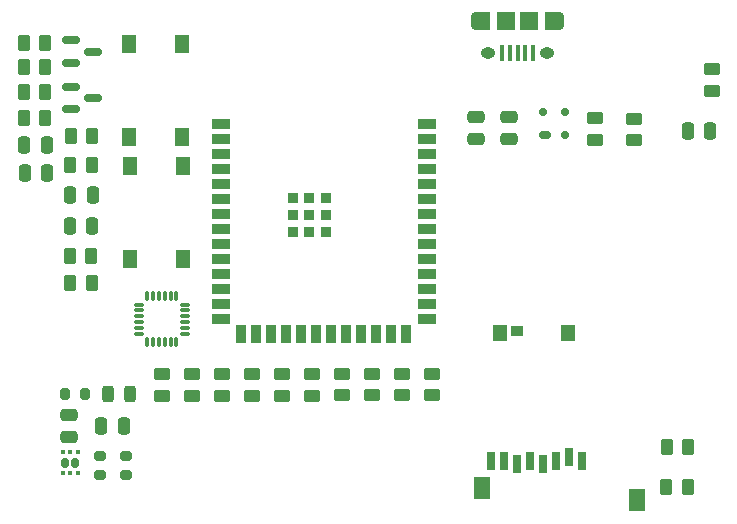
<source format=gtp>
G04 #@! TF.GenerationSoftware,KiCad,Pcbnew,8.0.0*
G04 #@! TF.CreationDate,2024-04-09T17:42:43-05:00*
G04 #@! TF.ProjectId,esp32_example,65737033-325f-4657-9861-6d706c652e6b,rev?*
G04 #@! TF.SameCoordinates,Original*
G04 #@! TF.FileFunction,Paste,Top*
G04 #@! TF.FilePolarity,Positive*
%FSLAX46Y46*%
G04 Gerber Fmt 4.6, Leading zero omitted, Abs format (unit mm)*
G04 Created by KiCad (PCBNEW 8.0.0) date 2024-04-09 17:42:43*
%MOMM*%
%LPD*%
G01*
G04 APERTURE LIST*
G04 Aperture macros list*
%AMRoundRect*
0 Rectangle with rounded corners*
0 $1 Rounding radius*
0 $2 $3 $4 $5 $6 $7 $8 $9 X,Y pos of 4 corners*
0 Add a 4 corners polygon primitive as box body*
4,1,4,$2,$3,$4,$5,$6,$7,$8,$9,$2,$3,0*
0 Add four circle primitives for the rounded corners*
1,1,$1+$1,$2,$3*
1,1,$1+$1,$4,$5*
1,1,$1+$1,$6,$7*
1,1,$1+$1,$8,$9*
0 Add four rect primitives between the rounded corners*
20,1,$1+$1,$2,$3,$4,$5,0*
20,1,$1+$1,$4,$5,$6,$7,0*
20,1,$1+$1,$6,$7,$8,$9,0*
20,1,$1+$1,$8,$9,$2,$3,0*%
G04 Aperture macros list end*
%ADD10RoundRect,0.250000X-0.450000X0.262500X-0.450000X-0.262500X0.450000X-0.262500X0.450000X0.262500X0*%
%ADD11RoundRect,0.250000X0.250000X0.475000X-0.250000X0.475000X-0.250000X-0.475000X0.250000X-0.475000X0*%
%ADD12RoundRect,0.250000X0.262500X0.450000X-0.262500X0.450000X-0.262500X-0.450000X0.262500X-0.450000X0*%
%ADD13R,1.300000X1.550000*%
%ADD14RoundRect,0.150000X-0.587500X-0.150000X0.587500X-0.150000X0.587500X0.150000X-0.587500X0.150000X0*%
%ADD15RoundRect,0.250000X0.450000X-0.262500X0.450000X0.262500X-0.450000X0.262500X-0.450000X-0.262500X0*%
%ADD16R,1.300000X1.400000*%
%ADD17R,1.000000X0.950000*%
%ADD18R,0.800000X1.500000*%
%ADD19R,1.400000X1.900000*%
%ADD20R,1.498600X0.889000*%
%ADD21R,0.889000X1.498600*%
%ADD22R,0.889000X0.889000*%
%ADD23RoundRect,0.175000X0.325000X-0.175000X0.325000X0.175000X-0.325000X0.175000X-0.325000X-0.175000X0*%
%ADD24RoundRect,0.150000X0.150000X-0.200000X0.150000X0.200000X-0.150000X0.200000X-0.150000X-0.200000X0*%
%ADD25RoundRect,0.250000X-0.262500X-0.450000X0.262500X-0.450000X0.262500X0.450000X-0.262500X0.450000X0*%
%ADD26RoundRect,0.250000X0.475000X-0.250000X0.475000X0.250000X-0.475000X0.250000X-0.475000X-0.250000X0*%
%ADD27RoundRect,0.200000X-0.200000X-0.275000X0.200000X-0.275000X0.200000X0.275000X-0.200000X0.275000X0*%
%ADD28RoundRect,0.243750X0.243750X0.456250X-0.243750X0.456250X-0.243750X-0.456250X0.243750X-0.456250X0*%
%ADD29RoundRect,0.160000X0.160000X-0.245000X0.160000X0.245000X-0.160000X0.245000X-0.160000X-0.245000X0*%
%ADD30RoundRect,0.093750X0.106250X-0.093750X0.106250X0.093750X-0.106250X0.093750X-0.106250X-0.093750X0*%
%ADD31RoundRect,0.200000X-0.275000X0.200000X-0.275000X-0.200000X0.275000X-0.200000X0.275000X0.200000X0*%
%ADD32RoundRect,0.075000X-0.350000X-0.075000X0.350000X-0.075000X0.350000X0.075000X-0.350000X0.075000X0*%
%ADD33RoundRect,0.075000X0.075000X-0.350000X0.075000X0.350000X-0.075000X0.350000X-0.075000X-0.350000X0*%
%ADD34RoundRect,0.200000X0.275000X-0.200000X0.275000X0.200000X-0.275000X0.200000X-0.275000X-0.200000X0*%
%ADD35RoundRect,0.250000X-0.250000X-0.475000X0.250000X-0.475000X0.250000X0.475000X-0.250000X0.475000X0*%
%ADD36O,0.890000X1.550000*%
%ADD37O,1.250000X0.950000*%
%ADD38R,0.400000X1.350000*%
%ADD39R,1.200000X1.550000*%
%ADD40R,1.500000X1.550000*%
G04 APERTURE END LIST*
D10*
G04 #@! TO.C,R26*
X226640000Y-43490000D03*
X226640000Y-45315000D03*
G04 #@! TD*
D11*
G04 #@! TO.C,C5*
X224610000Y-48700000D03*
X226510000Y-48700000D03*
G04 #@! TD*
D12*
G04 #@! TO.C,R12*
X172290100Y-59283600D03*
X174115100Y-59283600D03*
G04 #@! TD*
D13*
G04 #@! TO.C,SW2*
X181891600Y-51640400D03*
X181891600Y-59590400D03*
X177391600Y-51640400D03*
X177391600Y-59590400D03*
G04 #@! TD*
D14*
G04 #@! TO.C,Q2*
X172394400Y-44973200D03*
X172394400Y-46873200D03*
X174269400Y-45923200D03*
G04 #@! TD*
D15*
G04 #@! TO.C,R10*
X187706000Y-71118100D03*
X187706000Y-69293100D03*
G04 #@! TD*
D16*
G04 #@! TO.C,J6*
X208750000Y-65830000D03*
D17*
X210140000Y-65605000D03*
D16*
X214450000Y-65830000D03*
D18*
X207940000Y-76690000D03*
X209040000Y-76690000D03*
X210140000Y-76890000D03*
X211240000Y-76690000D03*
X212340000Y-76890000D03*
X213440000Y-76690000D03*
X214540000Y-76290000D03*
X215640000Y-76690000D03*
D19*
X207150000Y-78980000D03*
X220300000Y-79980000D03*
G04 #@! TD*
D20*
G04 #@! TO.C,U7*
X185052000Y-48105400D03*
X185052000Y-49375400D03*
X185052000Y-50645400D03*
X185052000Y-51915400D03*
X185052000Y-53185400D03*
X185052000Y-54455400D03*
X185052000Y-55725400D03*
X185052000Y-56995400D03*
X185052000Y-58265400D03*
X185052000Y-59535400D03*
X185052000Y-60805400D03*
X185052000Y-62075400D03*
X185052000Y-63345400D03*
X185052000Y-64615400D03*
D21*
X186817000Y-65865400D03*
X188087000Y-65865400D03*
X189357000Y-65865400D03*
X190627000Y-65865400D03*
X191897000Y-65865400D03*
X193167000Y-65865400D03*
X194437000Y-65865400D03*
X195707000Y-65865400D03*
X196977000Y-65865400D03*
X198247000Y-65865400D03*
X199517000Y-65865400D03*
X200787000Y-65865400D03*
D20*
X202552000Y-64615400D03*
X202552000Y-63345400D03*
X202552000Y-62075400D03*
X202552000Y-60805400D03*
X202552000Y-59535400D03*
X202552000Y-58265400D03*
X202552000Y-56995400D03*
X202552000Y-55725400D03*
X202552000Y-54455400D03*
X202552000Y-53185400D03*
X202552000Y-51915400D03*
X202552000Y-50645400D03*
X202552000Y-49375400D03*
X202552000Y-48105400D03*
D22*
X192552000Y-55825400D03*
X192552000Y-54425400D03*
X192552000Y-57225400D03*
X191152000Y-55825400D03*
X191152000Y-54425400D03*
X191152000Y-57225400D03*
X193952000Y-55825400D03*
X193952000Y-54425400D03*
X193952000Y-57225400D03*
G04 #@! TD*
D23*
G04 #@! TO.C,D1*
X212551500Y-49084600D03*
D24*
X214251500Y-49084600D03*
X214251500Y-47084600D03*
X212351500Y-47084600D03*
G04 #@! TD*
D25*
G04 #@! TO.C,R13*
X168378500Y-43332400D03*
X170203500Y-43332400D03*
G04 #@! TD*
D26*
G04 #@! TO.C,C23*
X206660800Y-49415600D03*
X206660800Y-47515600D03*
G04 #@! TD*
G04 #@! TO.C,C24*
X209505600Y-49390200D03*
X209505600Y-47490200D03*
G04 #@! TD*
D15*
G04 #@! TO.C,R5*
X192786000Y-71118100D03*
X192786000Y-69293100D03*
G04 #@! TD*
D12*
G04 #@! TO.C,R17*
X174140500Y-61620400D03*
X172315500Y-61620400D03*
G04 #@! TD*
D27*
G04 #@! TO.C,R22*
X171920400Y-70942200D03*
X173570400Y-70942200D03*
G04 #@! TD*
D25*
G04 #@! TO.C,R25*
X172315500Y-51562000D03*
X174140500Y-51562000D03*
G04 #@! TD*
D11*
G04 #@! TO.C,C2*
X170342600Y-49911000D03*
X168442600Y-49911000D03*
G04 #@! TD*
D15*
G04 #@! TO.C,R1*
X202946000Y-71092700D03*
X202946000Y-69267700D03*
G04 #@! TD*
D25*
G04 #@! TO.C,R14*
X168378500Y-41224200D03*
X170203500Y-41224200D03*
G04 #@! TD*
D15*
G04 #@! TO.C,R15*
X182651400Y-71118100D03*
X182651400Y-69293100D03*
G04 #@! TD*
D11*
G04 #@! TO.C,C1*
X170393400Y-52247800D03*
X168493400Y-52247800D03*
G04 #@! TD*
D15*
G04 #@! TO.C,R2*
X200431400Y-71092700D03*
X200431400Y-69267700D03*
G04 #@! TD*
D28*
G04 #@! TO.C,D3*
X177391300Y-70967600D03*
X175516300Y-70967600D03*
G04 #@! TD*
D25*
G04 #@! TO.C,R24*
X172366300Y-49174400D03*
X174191300Y-49174400D03*
G04 #@! TD*
D12*
G04 #@! TO.C,R18*
X170203500Y-45440600D03*
X168378500Y-45440600D03*
G04 #@! TD*
D26*
G04 #@! TO.C,C3*
X172212000Y-74635400D03*
X172212000Y-72735400D03*
G04 #@! TD*
D15*
G04 #@! TO.C,R3*
X197840600Y-71092700D03*
X197840600Y-69267700D03*
G04 #@! TD*
D12*
G04 #@! TO.C,R9*
X224595000Y-78850000D03*
X222770000Y-78850000D03*
G04 #@! TD*
D29*
G04 #@! TO.C,U3*
X171924000Y-76808100D03*
X172724000Y-76808100D03*
D30*
X171674000Y-77695600D03*
X172324000Y-77695600D03*
X172974000Y-77695600D03*
X172974000Y-75920600D03*
X172324000Y-75920600D03*
X171674000Y-75920600D03*
G04 #@! TD*
D15*
G04 #@! TO.C,R4*
X195326000Y-71092700D03*
X195326000Y-69267700D03*
G04 #@! TD*
D10*
G04 #@! TO.C,R8*
X220080000Y-47677500D03*
X220080000Y-49502500D03*
G04 #@! TD*
G04 #@! TO.C,R6*
X216780000Y-47617500D03*
X216780000Y-49442500D03*
G04 #@! TD*
D31*
G04 #@! TO.C,R21*
X174879000Y-76187800D03*
X174879000Y-77837800D03*
G04 #@! TD*
D15*
G04 #@! TO.C,R11*
X185166000Y-71118100D03*
X185166000Y-69293100D03*
G04 #@! TD*
D25*
G04 #@! TO.C,R19*
X168378500Y-47625000D03*
X170203500Y-47625000D03*
G04 #@! TD*
D12*
G04 #@! TO.C,R23*
X224635000Y-75470000D03*
X222810000Y-75470000D03*
G04 #@! TD*
D15*
G04 #@! TO.C,R16*
X180086000Y-71118100D03*
X180086000Y-69293100D03*
G04 #@! TD*
D32*
G04 #@! TO.C,U1*
X178116400Y-63405000D03*
X178116400Y-63905000D03*
X178116400Y-64405000D03*
X178116400Y-64905000D03*
X178116400Y-65405000D03*
X178116400Y-65905000D03*
D33*
X178816400Y-66605000D03*
X179316400Y-66605000D03*
X179816400Y-66605000D03*
X180316400Y-66605000D03*
X180816400Y-66605000D03*
X181316400Y-66605000D03*
D32*
X182016400Y-65905000D03*
X182016400Y-65405000D03*
X182016400Y-64905000D03*
X182016400Y-64405000D03*
X182016400Y-63905000D03*
X182016400Y-63405000D03*
D33*
X181316400Y-62705000D03*
X180816400Y-62705000D03*
X180316400Y-62705000D03*
X179816400Y-62705000D03*
X179316400Y-62705000D03*
X178816400Y-62705000D03*
G04 #@! TD*
D13*
G04 #@! TO.C,SW1*
X181828000Y-41313200D03*
X181828000Y-49263200D03*
X177328000Y-41313200D03*
X177328000Y-49263200D03*
G04 #@! TD*
D14*
G04 #@! TO.C,Q3*
X172392100Y-41036200D03*
X172392100Y-42936200D03*
X174267100Y-41986200D03*
G04 #@! TD*
D34*
G04 #@! TO.C,R20*
X177012600Y-77837800D03*
X177012600Y-76187800D03*
G04 #@! TD*
D15*
G04 #@! TO.C,R7*
X190246000Y-71118100D03*
X190246000Y-69293100D03*
G04 #@! TD*
D35*
G04 #@! TO.C,C4*
X174960200Y-73710800D03*
X176860200Y-73710800D03*
G04 #@! TD*
D36*
G04 #@! TO.C,J2*
X213700000Y-39440000D03*
D37*
X212700000Y-42140000D03*
X207700000Y-42140000D03*
D36*
X206700000Y-39440000D03*
D38*
X211500000Y-42140000D03*
X210850000Y-42140000D03*
X210200000Y-42140000D03*
X209550000Y-42140000D03*
X208900000Y-42140000D03*
D39*
X213100000Y-39440000D03*
D40*
X211200000Y-39440000D03*
X209200000Y-39440000D03*
D39*
X207300000Y-39440000D03*
G04 #@! TD*
D11*
G04 #@! TO.C,C19*
X174203400Y-56743600D03*
X172303400Y-56743600D03*
G04 #@! TD*
D35*
G04 #@! TO.C,C18*
X172328800Y-54152800D03*
X174228800Y-54152800D03*
G04 #@! TD*
M02*

</source>
